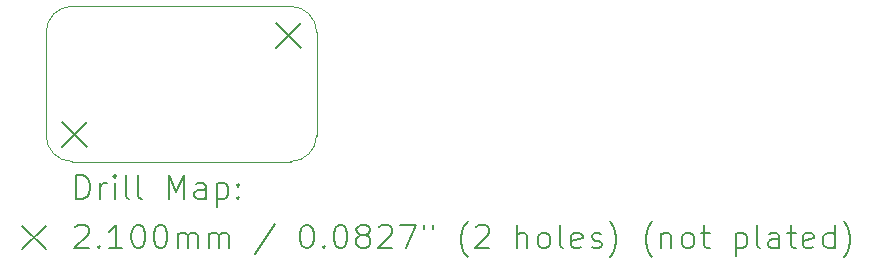
<source format=gbr>
%TF.GenerationSoftware,KiCad,Pcbnew,7.0.9*%
%TF.CreationDate,2024-05-03T00:29:54-04:00*%
%TF.ProjectId,Nav Switch Mount,4e617620-5377-4697-9463-68204d6f756e,rev?*%
%TF.SameCoordinates,Original*%
%TF.FileFunction,Drillmap*%
%TF.FilePolarity,Positive*%
%FSLAX45Y45*%
G04 Gerber Fmt 4.5, Leading zero omitted, Abs format (unit mm)*
G04 Created by KiCad (PCBNEW 7.0.9) date 2024-05-03 00:29:54*
%MOMM*%
%LPD*%
G01*
G04 APERTURE LIST*
%ADD10C,0.100000*%
%ADD11C,0.200000*%
%ADD12C,0.210000*%
G04 APERTURE END LIST*
D10*
X14980563Y-4535564D02*
X16830000Y-4535564D01*
X17050000Y-4755564D02*
X17050000Y-5630000D01*
X16830000Y-5850000D02*
G75*
G03*
X17050000Y-5630000I0J220000D01*
G01*
X14760560Y-5630000D02*
G75*
G03*
X14980563Y-5850000I220000J0D01*
G01*
X14760563Y-5630000D02*
X14760563Y-4755564D01*
X17049997Y-4755564D02*
G75*
G03*
X16830000Y-4535564I-219997J4D01*
G01*
X16830000Y-5850000D02*
X14980563Y-5850000D01*
X14980563Y-4535564D02*
G75*
G03*
X14760563Y-4755564I-4J-219997D01*
G01*
D11*
D12*
X14895000Y-5515000D02*
X15105000Y-5725000D01*
X15105000Y-5515000D02*
X14895000Y-5725000D01*
X16705000Y-4675000D02*
X16915000Y-4885000D01*
X16915000Y-4675000D02*
X16705000Y-4885000D01*
D11*
X15016340Y-6166484D02*
X15016340Y-5966484D01*
X15016340Y-5966484D02*
X15063959Y-5966484D01*
X15063959Y-5966484D02*
X15092531Y-5976008D01*
X15092531Y-5976008D02*
X15111578Y-5995055D01*
X15111578Y-5995055D02*
X15121102Y-6014103D01*
X15121102Y-6014103D02*
X15130626Y-6052198D01*
X15130626Y-6052198D02*
X15130626Y-6080769D01*
X15130626Y-6080769D02*
X15121102Y-6118865D01*
X15121102Y-6118865D02*
X15111578Y-6137912D01*
X15111578Y-6137912D02*
X15092531Y-6156960D01*
X15092531Y-6156960D02*
X15063959Y-6166484D01*
X15063959Y-6166484D02*
X15016340Y-6166484D01*
X15216340Y-6166484D02*
X15216340Y-6033150D01*
X15216340Y-6071246D02*
X15225864Y-6052198D01*
X15225864Y-6052198D02*
X15235388Y-6042674D01*
X15235388Y-6042674D02*
X15254435Y-6033150D01*
X15254435Y-6033150D02*
X15273483Y-6033150D01*
X15340150Y-6166484D02*
X15340150Y-6033150D01*
X15340150Y-5966484D02*
X15330626Y-5976008D01*
X15330626Y-5976008D02*
X15340150Y-5985531D01*
X15340150Y-5985531D02*
X15349674Y-5976008D01*
X15349674Y-5976008D02*
X15340150Y-5966484D01*
X15340150Y-5966484D02*
X15340150Y-5985531D01*
X15463959Y-6166484D02*
X15444912Y-6156960D01*
X15444912Y-6156960D02*
X15435388Y-6137912D01*
X15435388Y-6137912D02*
X15435388Y-5966484D01*
X15568721Y-6166484D02*
X15549674Y-6156960D01*
X15549674Y-6156960D02*
X15540150Y-6137912D01*
X15540150Y-6137912D02*
X15540150Y-5966484D01*
X15797293Y-6166484D02*
X15797293Y-5966484D01*
X15797293Y-5966484D02*
X15863959Y-6109341D01*
X15863959Y-6109341D02*
X15930626Y-5966484D01*
X15930626Y-5966484D02*
X15930626Y-6166484D01*
X16111578Y-6166484D02*
X16111578Y-6061722D01*
X16111578Y-6061722D02*
X16102055Y-6042674D01*
X16102055Y-6042674D02*
X16083007Y-6033150D01*
X16083007Y-6033150D02*
X16044912Y-6033150D01*
X16044912Y-6033150D02*
X16025864Y-6042674D01*
X16111578Y-6156960D02*
X16092531Y-6166484D01*
X16092531Y-6166484D02*
X16044912Y-6166484D01*
X16044912Y-6166484D02*
X16025864Y-6156960D01*
X16025864Y-6156960D02*
X16016340Y-6137912D01*
X16016340Y-6137912D02*
X16016340Y-6118865D01*
X16016340Y-6118865D02*
X16025864Y-6099817D01*
X16025864Y-6099817D02*
X16044912Y-6090293D01*
X16044912Y-6090293D02*
X16092531Y-6090293D01*
X16092531Y-6090293D02*
X16111578Y-6080769D01*
X16206816Y-6033150D02*
X16206816Y-6233150D01*
X16206816Y-6042674D02*
X16225864Y-6033150D01*
X16225864Y-6033150D02*
X16263959Y-6033150D01*
X16263959Y-6033150D02*
X16283007Y-6042674D01*
X16283007Y-6042674D02*
X16292531Y-6052198D01*
X16292531Y-6052198D02*
X16302055Y-6071246D01*
X16302055Y-6071246D02*
X16302055Y-6128388D01*
X16302055Y-6128388D02*
X16292531Y-6147436D01*
X16292531Y-6147436D02*
X16283007Y-6156960D01*
X16283007Y-6156960D02*
X16263959Y-6166484D01*
X16263959Y-6166484D02*
X16225864Y-6166484D01*
X16225864Y-6166484D02*
X16206816Y-6156960D01*
X16387769Y-6147436D02*
X16397293Y-6156960D01*
X16397293Y-6156960D02*
X16387769Y-6166484D01*
X16387769Y-6166484D02*
X16378245Y-6156960D01*
X16378245Y-6156960D02*
X16387769Y-6147436D01*
X16387769Y-6147436D02*
X16387769Y-6166484D01*
X16387769Y-6042674D02*
X16397293Y-6052198D01*
X16397293Y-6052198D02*
X16387769Y-6061722D01*
X16387769Y-6061722D02*
X16378245Y-6052198D01*
X16378245Y-6052198D02*
X16387769Y-6042674D01*
X16387769Y-6042674D02*
X16387769Y-6061722D01*
X14555563Y-6395000D02*
X14755563Y-6595000D01*
X14755563Y-6395000D02*
X14555563Y-6595000D01*
X15006816Y-6405531D02*
X15016340Y-6396008D01*
X15016340Y-6396008D02*
X15035388Y-6386484D01*
X15035388Y-6386484D02*
X15083007Y-6386484D01*
X15083007Y-6386484D02*
X15102055Y-6396008D01*
X15102055Y-6396008D02*
X15111578Y-6405531D01*
X15111578Y-6405531D02*
X15121102Y-6424579D01*
X15121102Y-6424579D02*
X15121102Y-6443627D01*
X15121102Y-6443627D02*
X15111578Y-6472198D01*
X15111578Y-6472198D02*
X14997293Y-6586484D01*
X14997293Y-6586484D02*
X15121102Y-6586484D01*
X15206816Y-6567436D02*
X15216340Y-6576960D01*
X15216340Y-6576960D02*
X15206816Y-6586484D01*
X15206816Y-6586484D02*
X15197293Y-6576960D01*
X15197293Y-6576960D02*
X15206816Y-6567436D01*
X15206816Y-6567436D02*
X15206816Y-6586484D01*
X15406816Y-6586484D02*
X15292531Y-6586484D01*
X15349674Y-6586484D02*
X15349674Y-6386484D01*
X15349674Y-6386484D02*
X15330626Y-6415055D01*
X15330626Y-6415055D02*
X15311578Y-6434103D01*
X15311578Y-6434103D02*
X15292531Y-6443627D01*
X15530626Y-6386484D02*
X15549674Y-6386484D01*
X15549674Y-6386484D02*
X15568721Y-6396008D01*
X15568721Y-6396008D02*
X15578245Y-6405531D01*
X15578245Y-6405531D02*
X15587769Y-6424579D01*
X15587769Y-6424579D02*
X15597293Y-6462674D01*
X15597293Y-6462674D02*
X15597293Y-6510293D01*
X15597293Y-6510293D02*
X15587769Y-6548388D01*
X15587769Y-6548388D02*
X15578245Y-6567436D01*
X15578245Y-6567436D02*
X15568721Y-6576960D01*
X15568721Y-6576960D02*
X15549674Y-6586484D01*
X15549674Y-6586484D02*
X15530626Y-6586484D01*
X15530626Y-6586484D02*
X15511578Y-6576960D01*
X15511578Y-6576960D02*
X15502055Y-6567436D01*
X15502055Y-6567436D02*
X15492531Y-6548388D01*
X15492531Y-6548388D02*
X15483007Y-6510293D01*
X15483007Y-6510293D02*
X15483007Y-6462674D01*
X15483007Y-6462674D02*
X15492531Y-6424579D01*
X15492531Y-6424579D02*
X15502055Y-6405531D01*
X15502055Y-6405531D02*
X15511578Y-6396008D01*
X15511578Y-6396008D02*
X15530626Y-6386484D01*
X15721102Y-6386484D02*
X15740150Y-6386484D01*
X15740150Y-6386484D02*
X15759197Y-6396008D01*
X15759197Y-6396008D02*
X15768721Y-6405531D01*
X15768721Y-6405531D02*
X15778245Y-6424579D01*
X15778245Y-6424579D02*
X15787769Y-6462674D01*
X15787769Y-6462674D02*
X15787769Y-6510293D01*
X15787769Y-6510293D02*
X15778245Y-6548388D01*
X15778245Y-6548388D02*
X15768721Y-6567436D01*
X15768721Y-6567436D02*
X15759197Y-6576960D01*
X15759197Y-6576960D02*
X15740150Y-6586484D01*
X15740150Y-6586484D02*
X15721102Y-6586484D01*
X15721102Y-6586484D02*
X15702055Y-6576960D01*
X15702055Y-6576960D02*
X15692531Y-6567436D01*
X15692531Y-6567436D02*
X15683007Y-6548388D01*
X15683007Y-6548388D02*
X15673483Y-6510293D01*
X15673483Y-6510293D02*
X15673483Y-6462674D01*
X15673483Y-6462674D02*
X15683007Y-6424579D01*
X15683007Y-6424579D02*
X15692531Y-6405531D01*
X15692531Y-6405531D02*
X15702055Y-6396008D01*
X15702055Y-6396008D02*
X15721102Y-6386484D01*
X15873483Y-6586484D02*
X15873483Y-6453150D01*
X15873483Y-6472198D02*
X15883007Y-6462674D01*
X15883007Y-6462674D02*
X15902055Y-6453150D01*
X15902055Y-6453150D02*
X15930626Y-6453150D01*
X15930626Y-6453150D02*
X15949674Y-6462674D01*
X15949674Y-6462674D02*
X15959197Y-6481722D01*
X15959197Y-6481722D02*
X15959197Y-6586484D01*
X15959197Y-6481722D02*
X15968721Y-6462674D01*
X15968721Y-6462674D02*
X15987769Y-6453150D01*
X15987769Y-6453150D02*
X16016340Y-6453150D01*
X16016340Y-6453150D02*
X16035388Y-6462674D01*
X16035388Y-6462674D02*
X16044912Y-6481722D01*
X16044912Y-6481722D02*
X16044912Y-6586484D01*
X16140150Y-6586484D02*
X16140150Y-6453150D01*
X16140150Y-6472198D02*
X16149674Y-6462674D01*
X16149674Y-6462674D02*
X16168721Y-6453150D01*
X16168721Y-6453150D02*
X16197293Y-6453150D01*
X16197293Y-6453150D02*
X16216340Y-6462674D01*
X16216340Y-6462674D02*
X16225864Y-6481722D01*
X16225864Y-6481722D02*
X16225864Y-6586484D01*
X16225864Y-6481722D02*
X16235388Y-6462674D01*
X16235388Y-6462674D02*
X16254436Y-6453150D01*
X16254436Y-6453150D02*
X16283007Y-6453150D01*
X16283007Y-6453150D02*
X16302055Y-6462674D01*
X16302055Y-6462674D02*
X16311578Y-6481722D01*
X16311578Y-6481722D02*
X16311578Y-6586484D01*
X16702055Y-6376960D02*
X16530626Y-6634103D01*
X16959198Y-6386484D02*
X16978245Y-6386484D01*
X16978245Y-6386484D02*
X16997293Y-6396008D01*
X16997293Y-6396008D02*
X17006817Y-6405531D01*
X17006817Y-6405531D02*
X17016341Y-6424579D01*
X17016341Y-6424579D02*
X17025864Y-6462674D01*
X17025864Y-6462674D02*
X17025864Y-6510293D01*
X17025864Y-6510293D02*
X17016341Y-6548388D01*
X17016341Y-6548388D02*
X17006817Y-6567436D01*
X17006817Y-6567436D02*
X16997293Y-6576960D01*
X16997293Y-6576960D02*
X16978245Y-6586484D01*
X16978245Y-6586484D02*
X16959198Y-6586484D01*
X16959198Y-6586484D02*
X16940150Y-6576960D01*
X16940150Y-6576960D02*
X16930626Y-6567436D01*
X16930626Y-6567436D02*
X16921102Y-6548388D01*
X16921102Y-6548388D02*
X16911579Y-6510293D01*
X16911579Y-6510293D02*
X16911579Y-6462674D01*
X16911579Y-6462674D02*
X16921102Y-6424579D01*
X16921102Y-6424579D02*
X16930626Y-6405531D01*
X16930626Y-6405531D02*
X16940150Y-6396008D01*
X16940150Y-6396008D02*
X16959198Y-6386484D01*
X17111579Y-6567436D02*
X17121102Y-6576960D01*
X17121102Y-6576960D02*
X17111579Y-6586484D01*
X17111579Y-6586484D02*
X17102055Y-6576960D01*
X17102055Y-6576960D02*
X17111579Y-6567436D01*
X17111579Y-6567436D02*
X17111579Y-6586484D01*
X17244912Y-6386484D02*
X17263960Y-6386484D01*
X17263960Y-6386484D02*
X17283007Y-6396008D01*
X17283007Y-6396008D02*
X17292531Y-6405531D01*
X17292531Y-6405531D02*
X17302055Y-6424579D01*
X17302055Y-6424579D02*
X17311579Y-6462674D01*
X17311579Y-6462674D02*
X17311579Y-6510293D01*
X17311579Y-6510293D02*
X17302055Y-6548388D01*
X17302055Y-6548388D02*
X17292531Y-6567436D01*
X17292531Y-6567436D02*
X17283007Y-6576960D01*
X17283007Y-6576960D02*
X17263960Y-6586484D01*
X17263960Y-6586484D02*
X17244912Y-6586484D01*
X17244912Y-6586484D02*
X17225864Y-6576960D01*
X17225864Y-6576960D02*
X17216341Y-6567436D01*
X17216341Y-6567436D02*
X17206817Y-6548388D01*
X17206817Y-6548388D02*
X17197293Y-6510293D01*
X17197293Y-6510293D02*
X17197293Y-6462674D01*
X17197293Y-6462674D02*
X17206817Y-6424579D01*
X17206817Y-6424579D02*
X17216341Y-6405531D01*
X17216341Y-6405531D02*
X17225864Y-6396008D01*
X17225864Y-6396008D02*
X17244912Y-6386484D01*
X17425864Y-6472198D02*
X17406817Y-6462674D01*
X17406817Y-6462674D02*
X17397293Y-6453150D01*
X17397293Y-6453150D02*
X17387769Y-6434103D01*
X17387769Y-6434103D02*
X17387769Y-6424579D01*
X17387769Y-6424579D02*
X17397293Y-6405531D01*
X17397293Y-6405531D02*
X17406817Y-6396008D01*
X17406817Y-6396008D02*
X17425864Y-6386484D01*
X17425864Y-6386484D02*
X17463960Y-6386484D01*
X17463960Y-6386484D02*
X17483007Y-6396008D01*
X17483007Y-6396008D02*
X17492531Y-6405531D01*
X17492531Y-6405531D02*
X17502055Y-6424579D01*
X17502055Y-6424579D02*
X17502055Y-6434103D01*
X17502055Y-6434103D02*
X17492531Y-6453150D01*
X17492531Y-6453150D02*
X17483007Y-6462674D01*
X17483007Y-6462674D02*
X17463960Y-6472198D01*
X17463960Y-6472198D02*
X17425864Y-6472198D01*
X17425864Y-6472198D02*
X17406817Y-6481722D01*
X17406817Y-6481722D02*
X17397293Y-6491246D01*
X17397293Y-6491246D02*
X17387769Y-6510293D01*
X17387769Y-6510293D02*
X17387769Y-6548388D01*
X17387769Y-6548388D02*
X17397293Y-6567436D01*
X17397293Y-6567436D02*
X17406817Y-6576960D01*
X17406817Y-6576960D02*
X17425864Y-6586484D01*
X17425864Y-6586484D02*
X17463960Y-6586484D01*
X17463960Y-6586484D02*
X17483007Y-6576960D01*
X17483007Y-6576960D02*
X17492531Y-6567436D01*
X17492531Y-6567436D02*
X17502055Y-6548388D01*
X17502055Y-6548388D02*
X17502055Y-6510293D01*
X17502055Y-6510293D02*
X17492531Y-6491246D01*
X17492531Y-6491246D02*
X17483007Y-6481722D01*
X17483007Y-6481722D02*
X17463960Y-6472198D01*
X17578245Y-6405531D02*
X17587769Y-6396008D01*
X17587769Y-6396008D02*
X17606817Y-6386484D01*
X17606817Y-6386484D02*
X17654436Y-6386484D01*
X17654436Y-6386484D02*
X17673483Y-6396008D01*
X17673483Y-6396008D02*
X17683007Y-6405531D01*
X17683007Y-6405531D02*
X17692531Y-6424579D01*
X17692531Y-6424579D02*
X17692531Y-6443627D01*
X17692531Y-6443627D02*
X17683007Y-6472198D01*
X17683007Y-6472198D02*
X17568722Y-6586484D01*
X17568722Y-6586484D02*
X17692531Y-6586484D01*
X17759198Y-6386484D02*
X17892531Y-6386484D01*
X17892531Y-6386484D02*
X17806817Y-6586484D01*
X17959198Y-6386484D02*
X17959198Y-6424579D01*
X18035388Y-6386484D02*
X18035388Y-6424579D01*
X18330626Y-6662674D02*
X18321103Y-6653150D01*
X18321103Y-6653150D02*
X18302055Y-6624579D01*
X18302055Y-6624579D02*
X18292531Y-6605531D01*
X18292531Y-6605531D02*
X18283007Y-6576960D01*
X18283007Y-6576960D02*
X18273484Y-6529341D01*
X18273484Y-6529341D02*
X18273484Y-6491246D01*
X18273484Y-6491246D02*
X18283007Y-6443627D01*
X18283007Y-6443627D02*
X18292531Y-6415055D01*
X18292531Y-6415055D02*
X18302055Y-6396008D01*
X18302055Y-6396008D02*
X18321103Y-6367436D01*
X18321103Y-6367436D02*
X18330626Y-6357912D01*
X18397293Y-6405531D02*
X18406817Y-6396008D01*
X18406817Y-6396008D02*
X18425864Y-6386484D01*
X18425864Y-6386484D02*
X18473484Y-6386484D01*
X18473484Y-6386484D02*
X18492531Y-6396008D01*
X18492531Y-6396008D02*
X18502055Y-6405531D01*
X18502055Y-6405531D02*
X18511579Y-6424579D01*
X18511579Y-6424579D02*
X18511579Y-6443627D01*
X18511579Y-6443627D02*
X18502055Y-6472198D01*
X18502055Y-6472198D02*
X18387769Y-6586484D01*
X18387769Y-6586484D02*
X18511579Y-6586484D01*
X18749674Y-6586484D02*
X18749674Y-6386484D01*
X18835388Y-6586484D02*
X18835388Y-6481722D01*
X18835388Y-6481722D02*
X18825865Y-6462674D01*
X18825865Y-6462674D02*
X18806817Y-6453150D01*
X18806817Y-6453150D02*
X18778245Y-6453150D01*
X18778245Y-6453150D02*
X18759198Y-6462674D01*
X18759198Y-6462674D02*
X18749674Y-6472198D01*
X18959198Y-6586484D02*
X18940150Y-6576960D01*
X18940150Y-6576960D02*
X18930626Y-6567436D01*
X18930626Y-6567436D02*
X18921103Y-6548388D01*
X18921103Y-6548388D02*
X18921103Y-6491246D01*
X18921103Y-6491246D02*
X18930626Y-6472198D01*
X18930626Y-6472198D02*
X18940150Y-6462674D01*
X18940150Y-6462674D02*
X18959198Y-6453150D01*
X18959198Y-6453150D02*
X18987769Y-6453150D01*
X18987769Y-6453150D02*
X19006817Y-6462674D01*
X19006817Y-6462674D02*
X19016341Y-6472198D01*
X19016341Y-6472198D02*
X19025865Y-6491246D01*
X19025865Y-6491246D02*
X19025865Y-6548388D01*
X19025865Y-6548388D02*
X19016341Y-6567436D01*
X19016341Y-6567436D02*
X19006817Y-6576960D01*
X19006817Y-6576960D02*
X18987769Y-6586484D01*
X18987769Y-6586484D02*
X18959198Y-6586484D01*
X19140150Y-6586484D02*
X19121103Y-6576960D01*
X19121103Y-6576960D02*
X19111579Y-6557912D01*
X19111579Y-6557912D02*
X19111579Y-6386484D01*
X19292531Y-6576960D02*
X19273484Y-6586484D01*
X19273484Y-6586484D02*
X19235388Y-6586484D01*
X19235388Y-6586484D02*
X19216341Y-6576960D01*
X19216341Y-6576960D02*
X19206817Y-6557912D01*
X19206817Y-6557912D02*
X19206817Y-6481722D01*
X19206817Y-6481722D02*
X19216341Y-6462674D01*
X19216341Y-6462674D02*
X19235388Y-6453150D01*
X19235388Y-6453150D02*
X19273484Y-6453150D01*
X19273484Y-6453150D02*
X19292531Y-6462674D01*
X19292531Y-6462674D02*
X19302055Y-6481722D01*
X19302055Y-6481722D02*
X19302055Y-6500769D01*
X19302055Y-6500769D02*
X19206817Y-6519817D01*
X19378246Y-6576960D02*
X19397293Y-6586484D01*
X19397293Y-6586484D02*
X19435388Y-6586484D01*
X19435388Y-6586484D02*
X19454436Y-6576960D01*
X19454436Y-6576960D02*
X19463960Y-6557912D01*
X19463960Y-6557912D02*
X19463960Y-6548388D01*
X19463960Y-6548388D02*
X19454436Y-6529341D01*
X19454436Y-6529341D02*
X19435388Y-6519817D01*
X19435388Y-6519817D02*
X19406817Y-6519817D01*
X19406817Y-6519817D02*
X19387769Y-6510293D01*
X19387769Y-6510293D02*
X19378246Y-6491246D01*
X19378246Y-6491246D02*
X19378246Y-6481722D01*
X19378246Y-6481722D02*
X19387769Y-6462674D01*
X19387769Y-6462674D02*
X19406817Y-6453150D01*
X19406817Y-6453150D02*
X19435388Y-6453150D01*
X19435388Y-6453150D02*
X19454436Y-6462674D01*
X19530627Y-6662674D02*
X19540150Y-6653150D01*
X19540150Y-6653150D02*
X19559198Y-6624579D01*
X19559198Y-6624579D02*
X19568722Y-6605531D01*
X19568722Y-6605531D02*
X19578246Y-6576960D01*
X19578246Y-6576960D02*
X19587769Y-6529341D01*
X19587769Y-6529341D02*
X19587769Y-6491246D01*
X19587769Y-6491246D02*
X19578246Y-6443627D01*
X19578246Y-6443627D02*
X19568722Y-6415055D01*
X19568722Y-6415055D02*
X19559198Y-6396008D01*
X19559198Y-6396008D02*
X19540150Y-6367436D01*
X19540150Y-6367436D02*
X19530627Y-6357912D01*
X19892531Y-6662674D02*
X19883007Y-6653150D01*
X19883007Y-6653150D02*
X19863960Y-6624579D01*
X19863960Y-6624579D02*
X19854436Y-6605531D01*
X19854436Y-6605531D02*
X19844912Y-6576960D01*
X19844912Y-6576960D02*
X19835388Y-6529341D01*
X19835388Y-6529341D02*
X19835388Y-6491246D01*
X19835388Y-6491246D02*
X19844912Y-6443627D01*
X19844912Y-6443627D02*
X19854436Y-6415055D01*
X19854436Y-6415055D02*
X19863960Y-6396008D01*
X19863960Y-6396008D02*
X19883007Y-6367436D01*
X19883007Y-6367436D02*
X19892531Y-6357912D01*
X19968722Y-6453150D02*
X19968722Y-6586484D01*
X19968722Y-6472198D02*
X19978246Y-6462674D01*
X19978246Y-6462674D02*
X19997293Y-6453150D01*
X19997293Y-6453150D02*
X20025865Y-6453150D01*
X20025865Y-6453150D02*
X20044912Y-6462674D01*
X20044912Y-6462674D02*
X20054436Y-6481722D01*
X20054436Y-6481722D02*
X20054436Y-6586484D01*
X20178246Y-6586484D02*
X20159198Y-6576960D01*
X20159198Y-6576960D02*
X20149674Y-6567436D01*
X20149674Y-6567436D02*
X20140150Y-6548388D01*
X20140150Y-6548388D02*
X20140150Y-6491246D01*
X20140150Y-6491246D02*
X20149674Y-6472198D01*
X20149674Y-6472198D02*
X20159198Y-6462674D01*
X20159198Y-6462674D02*
X20178246Y-6453150D01*
X20178246Y-6453150D02*
X20206817Y-6453150D01*
X20206817Y-6453150D02*
X20225865Y-6462674D01*
X20225865Y-6462674D02*
X20235388Y-6472198D01*
X20235388Y-6472198D02*
X20244912Y-6491246D01*
X20244912Y-6491246D02*
X20244912Y-6548388D01*
X20244912Y-6548388D02*
X20235388Y-6567436D01*
X20235388Y-6567436D02*
X20225865Y-6576960D01*
X20225865Y-6576960D02*
X20206817Y-6586484D01*
X20206817Y-6586484D02*
X20178246Y-6586484D01*
X20302055Y-6453150D02*
X20378246Y-6453150D01*
X20330627Y-6386484D02*
X20330627Y-6557912D01*
X20330627Y-6557912D02*
X20340150Y-6576960D01*
X20340150Y-6576960D02*
X20359198Y-6586484D01*
X20359198Y-6586484D02*
X20378246Y-6586484D01*
X20597293Y-6453150D02*
X20597293Y-6653150D01*
X20597293Y-6462674D02*
X20616341Y-6453150D01*
X20616341Y-6453150D02*
X20654436Y-6453150D01*
X20654436Y-6453150D02*
X20673484Y-6462674D01*
X20673484Y-6462674D02*
X20683008Y-6472198D01*
X20683008Y-6472198D02*
X20692531Y-6491246D01*
X20692531Y-6491246D02*
X20692531Y-6548388D01*
X20692531Y-6548388D02*
X20683008Y-6567436D01*
X20683008Y-6567436D02*
X20673484Y-6576960D01*
X20673484Y-6576960D02*
X20654436Y-6586484D01*
X20654436Y-6586484D02*
X20616341Y-6586484D01*
X20616341Y-6586484D02*
X20597293Y-6576960D01*
X20806817Y-6586484D02*
X20787769Y-6576960D01*
X20787769Y-6576960D02*
X20778246Y-6557912D01*
X20778246Y-6557912D02*
X20778246Y-6386484D01*
X20968722Y-6586484D02*
X20968722Y-6481722D01*
X20968722Y-6481722D02*
X20959198Y-6462674D01*
X20959198Y-6462674D02*
X20940150Y-6453150D01*
X20940150Y-6453150D02*
X20902055Y-6453150D01*
X20902055Y-6453150D02*
X20883008Y-6462674D01*
X20968722Y-6576960D02*
X20949674Y-6586484D01*
X20949674Y-6586484D02*
X20902055Y-6586484D01*
X20902055Y-6586484D02*
X20883008Y-6576960D01*
X20883008Y-6576960D02*
X20873484Y-6557912D01*
X20873484Y-6557912D02*
X20873484Y-6538865D01*
X20873484Y-6538865D02*
X20883008Y-6519817D01*
X20883008Y-6519817D02*
X20902055Y-6510293D01*
X20902055Y-6510293D02*
X20949674Y-6510293D01*
X20949674Y-6510293D02*
X20968722Y-6500769D01*
X21035389Y-6453150D02*
X21111579Y-6453150D01*
X21063960Y-6386484D02*
X21063960Y-6557912D01*
X21063960Y-6557912D02*
X21073484Y-6576960D01*
X21073484Y-6576960D02*
X21092531Y-6586484D01*
X21092531Y-6586484D02*
X21111579Y-6586484D01*
X21254436Y-6576960D02*
X21235389Y-6586484D01*
X21235389Y-6586484D02*
X21197293Y-6586484D01*
X21197293Y-6586484D02*
X21178246Y-6576960D01*
X21178246Y-6576960D02*
X21168722Y-6557912D01*
X21168722Y-6557912D02*
X21168722Y-6481722D01*
X21168722Y-6481722D02*
X21178246Y-6462674D01*
X21178246Y-6462674D02*
X21197293Y-6453150D01*
X21197293Y-6453150D02*
X21235389Y-6453150D01*
X21235389Y-6453150D02*
X21254436Y-6462674D01*
X21254436Y-6462674D02*
X21263960Y-6481722D01*
X21263960Y-6481722D02*
X21263960Y-6500769D01*
X21263960Y-6500769D02*
X21168722Y-6519817D01*
X21435389Y-6586484D02*
X21435389Y-6386484D01*
X21435389Y-6576960D02*
X21416341Y-6586484D01*
X21416341Y-6586484D02*
X21378246Y-6586484D01*
X21378246Y-6586484D02*
X21359198Y-6576960D01*
X21359198Y-6576960D02*
X21349674Y-6567436D01*
X21349674Y-6567436D02*
X21340150Y-6548388D01*
X21340150Y-6548388D02*
X21340150Y-6491246D01*
X21340150Y-6491246D02*
X21349674Y-6472198D01*
X21349674Y-6472198D02*
X21359198Y-6462674D01*
X21359198Y-6462674D02*
X21378246Y-6453150D01*
X21378246Y-6453150D02*
X21416341Y-6453150D01*
X21416341Y-6453150D02*
X21435389Y-6462674D01*
X21511579Y-6662674D02*
X21521103Y-6653150D01*
X21521103Y-6653150D02*
X21540150Y-6624579D01*
X21540150Y-6624579D02*
X21549674Y-6605531D01*
X21549674Y-6605531D02*
X21559198Y-6576960D01*
X21559198Y-6576960D02*
X21568722Y-6529341D01*
X21568722Y-6529341D02*
X21568722Y-6491246D01*
X21568722Y-6491246D02*
X21559198Y-6443627D01*
X21559198Y-6443627D02*
X21549674Y-6415055D01*
X21549674Y-6415055D02*
X21540150Y-6396008D01*
X21540150Y-6396008D02*
X21521103Y-6367436D01*
X21521103Y-6367436D02*
X21511579Y-6357912D01*
M02*

</source>
